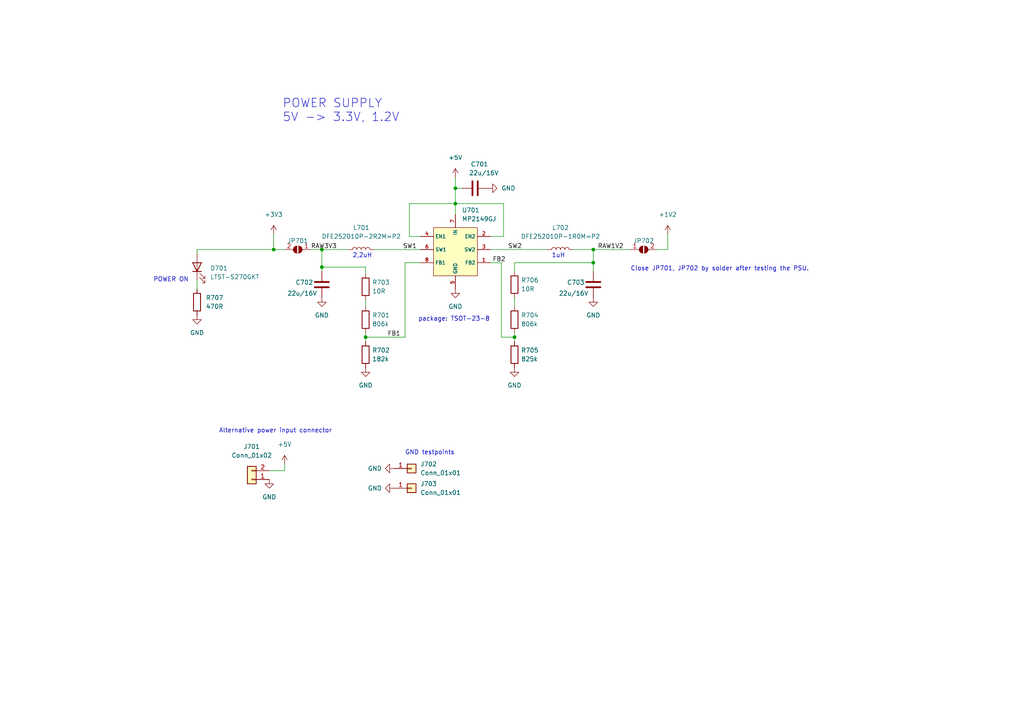
<source format=kicad_sch>
(kicad_sch (version 20211123) (generator eeschema)

  (uuid ca0f18f0-199c-430c-b217-839da66d8942)

  (paper "A4")

  (title_block
    (title "OpenX65 - Power Supply")
    (date "2023-03-30")
    (rev "rev01")
    (company "FOR X65.EU DESIGNED BY JSYKORA.INFO")
    (comment 1 "OpenX65 MOTHERBOARD")
  )

  (lib_symbols
    (symbol "Connector_Generic:Conn_01x01" (pin_names (offset 1.016) hide) (in_bom yes) (on_board yes)
      (property "Reference" "J" (id 0) (at 0 2.54 0)
        (effects (font (size 1.27 1.27)))
      )
      (property "Value" "Conn_01x01" (id 1) (at 0 -2.54 0)
        (effects (font (size 1.27 1.27)))
      )
      (property "Footprint" "" (id 2) (at 0 0 0)
        (effects (font (size 1.27 1.27)) hide)
      )
      (property "Datasheet" "~" (id 3) (at 0 0 0)
        (effects (font (size 1.27 1.27)) hide)
      )
      (property "ki_keywords" "connector" (id 4) (at 0 0 0)
        (effects (font (size 1.27 1.27)) hide)
      )
      (property "ki_description" "Generic connector, single row, 01x01, script generated (kicad-library-utils/schlib/autogen/connector/)" (id 5) (at 0 0 0)
        (effects (font (size 1.27 1.27)) hide)
      )
      (property "ki_fp_filters" "Connector*:*_1x??_*" (id 6) (at 0 0 0)
        (effects (font (size 1.27 1.27)) hide)
      )
      (symbol "Conn_01x01_1_1"
        (rectangle (start -1.27 0.127) (end 0 -0.127)
          (stroke (width 0.1524) (type default) (color 0 0 0 0))
          (fill (type none))
        )
        (rectangle (start -1.27 1.27) (end 1.27 -1.27)
          (stroke (width 0.254) (type default) (color 0 0 0 0))
          (fill (type background))
        )
        (pin passive line (at -5.08 0 0) (length 3.81)
          (name "Pin_1" (effects (font (size 1.27 1.27))))
          (number "1" (effects (font (size 1.27 1.27))))
        )
      )
    )
    (symbol "Connector_Generic:Conn_01x02" (pin_names (offset 1.016) hide) (in_bom yes) (on_board yes)
      (property "Reference" "J" (id 0) (at 0 2.54 0)
        (effects (font (size 1.27 1.27)))
      )
      (property "Value" "Conn_01x02" (id 1) (at 0 -5.08 0)
        (effects (font (size 1.27 1.27)))
      )
      (property "Footprint" "" (id 2) (at 0 0 0)
        (effects (font (size 1.27 1.27)) hide)
      )
      (property "Datasheet" "~" (id 3) (at 0 0 0)
        (effects (font (size 1.27 1.27)) hide)
      )
      (property "ki_keywords" "connector" (id 4) (at 0 0 0)
        (effects (font (size 1.27 1.27)) hide)
      )
      (property "ki_description" "Generic connector, single row, 01x02, script generated (kicad-library-utils/schlib/autogen/connector/)" (id 5) (at 0 0 0)
        (effects (font (size 1.27 1.27)) hide)
      )
      (property "ki_fp_filters" "Connector*:*_1x??_*" (id 6) (at 0 0 0)
        (effects (font (size 1.27 1.27)) hide)
      )
      (symbol "Conn_01x02_1_1"
        (rectangle (start -1.27 -2.413) (end 0 -2.667)
          (stroke (width 0.1524) (type default) (color 0 0 0 0))
          (fill (type none))
        )
        (rectangle (start -1.27 0.127) (end 0 -0.127)
          (stroke (width 0.1524) (type default) (color 0 0 0 0))
          (fill (type none))
        )
        (rectangle (start -1.27 1.27) (end 1.27 -3.81)
          (stroke (width 0.254) (type default) (color 0 0 0 0))
          (fill (type background))
        )
        (pin passive line (at -5.08 0 0) (length 3.81)
          (name "Pin_1" (effects (font (size 1.27 1.27))))
          (number "1" (effects (font (size 1.27 1.27))))
        )
        (pin passive line (at -5.08 -2.54 0) (length 3.81)
          (name "Pin_2" (effects (font (size 1.27 1.27))))
          (number "2" (effects (font (size 1.27 1.27))))
        )
      )
    )
    (symbol "Device:C" (pin_numbers hide) (pin_names (offset 0.254)) (in_bom yes) (on_board yes)
      (property "Reference" "C" (id 0) (at 0.635 2.54 0)
        (effects (font (size 1.27 1.27)) (justify left))
      )
      (property "Value" "C" (id 1) (at 0.635 -2.54 0)
        (effects (font (size 1.27 1.27)) (justify left))
      )
      (property "Footprint" "" (id 2) (at 0.9652 -3.81 0)
        (effects (font (size 1.27 1.27)) hide)
      )
      (property "Datasheet" "~" (id 3) (at 0 0 0)
        (effects (font (size 1.27 1.27)) hide)
      )
      (property "ki_keywords" "cap capacitor" (id 4) (at 0 0 0)
        (effects (font (size 1.27 1.27)) hide)
      )
      (property "ki_description" "Unpolarized capacitor" (id 5) (at 0 0 0)
        (effects (font (size 1.27 1.27)) hide)
      )
      (property "ki_fp_filters" "C_*" (id 6) (at 0 0 0)
        (effects (font (size 1.27 1.27)) hide)
      )
      (symbol "C_0_1"
        (polyline
          (pts
            (xy -2.032 -0.762)
            (xy 2.032 -0.762)
          )
          (stroke (width 0.508) (type default) (color 0 0 0 0))
          (fill (type none))
        )
        (polyline
          (pts
            (xy -2.032 0.762)
            (xy 2.032 0.762)
          )
          (stroke (width 0.508) (type default) (color 0 0 0 0))
          (fill (type none))
        )
      )
      (symbol "C_1_1"
        (pin passive line (at 0 3.81 270) (length 2.794)
          (name "~" (effects (font (size 1.27 1.27))))
          (number "1" (effects (font (size 1.27 1.27))))
        )
        (pin passive line (at 0 -3.81 90) (length 2.794)
          (name "~" (effects (font (size 1.27 1.27))))
          (number "2" (effects (font (size 1.27 1.27))))
        )
      )
    )
    (symbol "Device:L" (pin_numbers hide) (pin_names (offset 1.016) hide) (in_bom yes) (on_board yes)
      (property "Reference" "L" (id 0) (at -1.27 0 90)
        (effects (font (size 1.27 1.27)))
      )
      (property "Value" "L" (id 1) (at 1.905 0 90)
        (effects (font (size 1.27 1.27)))
      )
      (property "Footprint" "" (id 2) (at 0 0 0)
        (effects (font (size 1.27 1.27)) hide)
      )
      (property "Datasheet" "~" (id 3) (at 0 0 0)
        (effects (font (size 1.27 1.27)) hide)
      )
      (property "ki_keywords" "inductor choke coil reactor magnetic" (id 4) (at 0 0 0)
        (effects (font (size 1.27 1.27)) hide)
      )
      (property "ki_description" "Inductor" (id 5) (at 0 0 0)
        (effects (font (size 1.27 1.27)) hide)
      )
      (property "ki_fp_filters" "Choke_* *Coil* Inductor_* L_*" (id 6) (at 0 0 0)
        (effects (font (size 1.27 1.27)) hide)
      )
      (symbol "L_0_1"
        (arc (start 0 -2.54) (mid 0.635 -1.905) (end 0 -1.27)
          (stroke (width 0) (type default) (color 0 0 0 0))
          (fill (type none))
        )
        (arc (start 0 -1.27) (mid 0.635 -0.635) (end 0 0)
          (stroke (width 0) (type default) (color 0 0 0 0))
          (fill (type none))
        )
        (arc (start 0 0) (mid 0.635 0.635) (end 0 1.27)
          (stroke (width 0) (type default) (color 0 0 0 0))
          (fill (type none))
        )
        (arc (start 0 1.27) (mid 0.635 1.905) (end 0 2.54)
          (stroke (width 0) (type default) (color 0 0 0 0))
          (fill (type none))
        )
      )
      (symbol "L_1_1"
        (pin passive line (at 0 3.81 270) (length 1.27)
          (name "1" (effects (font (size 1.27 1.27))))
          (number "1" (effects (font (size 1.27 1.27))))
        )
        (pin passive line (at 0 -3.81 90) (length 1.27)
          (name "2" (effects (font (size 1.27 1.27))))
          (number "2" (effects (font (size 1.27 1.27))))
        )
      )
    )
    (symbol "Device:LED" (pin_numbers hide) (pin_names (offset 1.016) hide) (in_bom yes) (on_board yes)
      (property "Reference" "D" (id 0) (at 0 2.54 0)
        (effects (font (size 1.27 1.27)))
      )
      (property "Value" "LED" (id 1) (at 0 -2.54 0)
        (effects (font (size 1.27 1.27)))
      )
      (property "Footprint" "" (id 2) (at 0 0 0)
        (effects (font (size 1.27 1.27)) hide)
      )
      (property "Datasheet" "~" (id 3) (at 0 0 0)
        (effects (font (size 1.27 1.27)) hide)
      )
      (property "ki_keywords" "LED diode" (id 4) (at 0 0 0)
        (effects (font (size 1.27 1.27)) hide)
      )
      (property "ki_description" "Light emitting diode" (id 5) (at 0 0 0)
        (effects (font (size 1.27 1.27)) hide)
      )
      (property "ki_fp_filters" "LED* LED_SMD:* LED_THT:*" (id 6) (at 0 0 0)
        (effects (font (size 1.27 1.27)) hide)
      )
      (symbol "LED_0_1"
        (polyline
          (pts
            (xy -1.27 -1.27)
            (xy -1.27 1.27)
          )
          (stroke (width 0.254) (type default) (color 0 0 0 0))
          (fill (type none))
        )
        (polyline
          (pts
            (xy -1.27 0)
            (xy 1.27 0)
          )
          (stroke (width 0) (type default) (color 0 0 0 0))
          (fill (type none))
        )
        (polyline
          (pts
            (xy 1.27 -1.27)
            (xy 1.27 1.27)
            (xy -1.27 0)
            (xy 1.27 -1.27)
          )
          (stroke (width 0.254) (type default) (color 0 0 0 0))
          (fill (type none))
        )
        (polyline
          (pts
            (xy -3.048 -0.762)
            (xy -4.572 -2.286)
            (xy -3.81 -2.286)
            (xy -4.572 -2.286)
            (xy -4.572 -1.524)
          )
          (stroke (width 0) (type default) (color 0 0 0 0))
          (fill (type none))
        )
        (polyline
          (pts
            (xy -1.778 -0.762)
            (xy -3.302 -2.286)
            (xy -2.54 -2.286)
            (xy -3.302 -2.286)
            (xy -3.302 -1.524)
          )
          (stroke (width 0) (type default) (color 0 0 0 0))
          (fill (type none))
        )
      )
      (symbol "LED_1_1"
        (pin passive line (at -3.81 0 0) (length 2.54)
          (name "K" (effects (font (size 1.27 1.27))))
          (number "1" (effects (font (size 1.27 1.27))))
        )
        (pin passive line (at 3.81 0 180) (length 2.54)
          (name "A" (effects (font (size 1.27 1.27))))
          (number "2" (effects (font (size 1.27 1.27))))
        )
      )
    )
    (symbol "Device:R" (pin_numbers hide) (pin_names (offset 0)) (in_bom yes) (on_board yes)
      (property "Reference" "R" (id 0) (at 2.032 0 90)
        (effects (font (size 1.27 1.27)))
      )
      (property "Value" "R" (id 1) (at 0 0 90)
        (effects (font (size 1.27 1.27)))
      )
      (property "Footprint" "" (id 2) (at -1.778 0 90)
        (effects (font (size 1.27 1.27)) hide)
      )
      (property "Datasheet" "~" (id 3) (at 0 0 0)
        (effects (font (size 1.27 1.27)) hide)
      )
      (property "ki_keywords" "R res resistor" (id 4) (at 0 0 0)
        (effects (font (size 1.27 1.27)) hide)
      )
      (property "ki_description" "Resistor" (id 5) (at 0 0 0)
        (effects (font (size 1.27 1.27)) hide)
      )
      (property "ki_fp_filters" "R_*" (id 6) (at 0 0 0)
        (effects (font (size 1.27 1.27)) hide)
      )
      (symbol "R_0_1"
        (rectangle (start -1.016 -2.54) (end 1.016 2.54)
          (stroke (width 0.254) (type default) (color 0 0 0 0))
          (fill (type none))
        )
      )
      (symbol "R_1_1"
        (pin passive line (at 0 3.81 270) (length 1.27)
          (name "~" (effects (font (size 1.27 1.27))))
          (number "1" (effects (font (size 1.27 1.27))))
        )
        (pin passive line (at 0 -3.81 90) (length 1.27)
          (name "~" (effects (font (size 1.27 1.27))))
          (number "2" (effects (font (size 1.27 1.27))))
        )
      )
    )
    (symbol "Jumper:SolderJumper_2_Open" (pin_names (offset 0) hide) (in_bom yes) (on_board yes)
      (property "Reference" "JP" (id 0) (at 0 2.032 0)
        (effects (font (size 1.27 1.27)))
      )
      (property "Value" "SolderJumper_2_Open" (id 1) (at 0 -2.54 0)
        (effects (font (size 1.27 1.27)))
      )
      (property "Footprint" "" (id 2) (at 0 0 0)
        (effects (font (size 1.27 1.27)) hide)
      )
      (property "Datasheet" "~" (id 3) (at 0 0 0)
        (effects (font (size 1.27 1.27)) hide)
      )
      (property "ki_keywords" "solder jumper SPST" (id 4) (at 0 0 0)
        (effects (font (size 1.27 1.27)) hide)
      )
      (property "ki_description" "Solder Jumper, 2-pole, open" (id 5) (at 0 0 0)
        (effects (font (size 1.27 1.27)) hide)
      )
      (property "ki_fp_filters" "SolderJumper*Open*" (id 6) (at 0 0 0)
        (effects (font (size 1.27 1.27)) hide)
      )
      (symbol "SolderJumper_2_Open_0_1"
        (arc (start -0.254 1.016) (mid -1.27 0) (end -0.254 -1.016)
          (stroke (width 0) (type default) (color 0 0 0 0))
          (fill (type none))
        )
        (arc (start -0.254 1.016) (mid -1.27 0) (end -0.254 -1.016)
          (stroke (width 0) (type default) (color 0 0 0 0))
          (fill (type outline))
        )
        (polyline
          (pts
            (xy -0.254 1.016)
            (xy -0.254 -1.016)
          )
          (stroke (width 0) (type default) (color 0 0 0 0))
          (fill (type none))
        )
        (polyline
          (pts
            (xy 0.254 1.016)
            (xy 0.254 -1.016)
          )
          (stroke (width 0) (type default) (color 0 0 0 0))
          (fill (type none))
        )
        (arc (start 0.254 -1.016) (mid 1.27 0) (end 0.254 1.016)
          (stroke (width 0) (type default) (color 0 0 0 0))
          (fill (type none))
        )
        (arc (start 0.254 -1.016) (mid 1.27 0) (end 0.254 1.016)
          (stroke (width 0) (type default) (color 0 0 0 0))
          (fill (type outline))
        )
      )
      (symbol "SolderJumper_2_Open_1_1"
        (pin passive line (at -3.81 0 0) (length 2.54)
          (name "A" (effects (font (size 1.27 1.27))))
          (number "1" (effects (font (size 1.27 1.27))))
        )
        (pin passive line (at 3.81 0 180) (length 2.54)
          (name "B" (effects (font (size 1.27 1.27))))
          (number "2" (effects (font (size 1.27 1.27))))
        )
      )
    )
    (symbol "MPS:MP2149GJ" (in_bom yes) (on_board yes)
      (property "Reference" "U" (id 0) (at 3.81 -1.27 0)
        (effects (font (size 1.27 1.27)))
      )
      (property "Value" "MP2149GJ" (id 1) (at 7.62 -3.81 0)
        (effects (font (size 1.27 1.27)))
      )
      (property "Footprint" "" (id 2) (at -3.81 0 0)
        (effects (font (size 1.27 1.27)) hide)
      )
      (property "Datasheet" "" (id 3) (at -3.81 0 0)
        (effects (font (size 1.27 1.27)) hide)
      )
      (symbol "MP2149GJ_0_1"
        (rectangle (start -6.35 13.97) (end 6.35 0)
          (stroke (width 0) (type default) (color 0 0 0 0))
          (fill (type background))
        )
        (pin input line (at 10.16 3.81 180) (length 3.81)
          (name "FB2" (effects (font (size 1.016 1.016))))
          (number "1" (effects (font (size 1.016 1.016))))
        )
        (pin input line (at 10.16 11.43 180) (length 3.81)
          (name "EN2" (effects (font (size 1.016 1.016))))
          (number "2" (effects (font (size 1.016 1.016))))
        )
        (pin bidirectional line (at 10.16 7.62 180) (length 3.81)
          (name "SW2" (effects (font (size 1.016 1.016))))
          (number "3" (effects (font (size 1.016 1.016))))
        )
        (pin input line (at -10.16 11.43 0) (length 3.81)
          (name "EN1" (effects (font (size 1.016 1.016))))
          (number "4" (effects (font (size 1.016 1.016))))
        )
        (pin power_in line (at 0 -3.81 90) (length 3.81)
          (name "GND" (effects (font (size 1.016 1.016))))
          (number "5" (effects (font (size 1.016 1.016))))
        )
        (pin bidirectional line (at -10.16 7.62 0) (length 3.81)
          (name "SW1" (effects (font (size 1.016 1.016))))
          (number "6" (effects (font (size 1.016 1.016))))
        )
        (pin power_in line (at 0 17.78 270) (length 3.81)
          (name "IN" (effects (font (size 1.016 1.016))))
          (number "7" (effects (font (size 1.016 1.016))))
        )
        (pin input line (at -10.16 3.81 0) (length 3.81)
          (name "FB1" (effects (font (size 1.016 1.016))))
          (number "8" (effects (font (size 1.016 1.016))))
        )
      )
    )
    (symbol "power:+1V2" (power) (pin_names (offset 0)) (in_bom yes) (on_board yes)
      (property "Reference" "#PWR" (id 0) (at 0 -3.81 0)
        (effects (font (size 1.27 1.27)) hide)
      )
      (property "Value" "+1V2" (id 1) (at 0 3.556 0)
        (effects (font (size 1.27 1.27)))
      )
      (property "Footprint" "" (id 2) (at 0 0 0)
        (effects (font (size 1.27 1.27)) hide)
      )
      (property "Datasheet" "" (id 3) (at 0 0 0)
        (effects (font (size 1.27 1.27)) hide)
      )
      (property "ki_keywords" "global power" (id 4) (at 0 0 0)
        (effects (font (size 1.27 1.27)) hide)
      )
      (property "ki_description" "Power symbol creates a global label with name \"+1V2\"" (id 5) (at 0 0 0)
        (effects (font (size 1.27 1.27)) hide)
      )
      (symbol "+1V2_0_1"
        (polyline
          (pts
            (xy -0.762 1.27)
            (xy 0 2.54)
          )
          (stroke (width 0) (type default) (color 0 0 0 0))
          (fill (type none))
        )
        (polyline
          (pts
            (xy 0 0)
            (xy 0 2.54)
          )
          (stroke (width 0) (type default) (color 0 0 0 0))
          (fill (type none))
        )
        (polyline
          (pts
            (xy 0 2.54)
            (xy 0.762 1.27)
          )
          (stroke (width 0) (type default) (color 0 0 0 0))
          (fill (type none))
        )
      )
      (symbol "+1V2_1_1"
        (pin power_in line (at 0 0 90) (length 0) hide
          (name "+1V2" (effects (font (size 1.27 1.27))))
          (number "1" (effects (font (size 1.27 1.27))))
        )
      )
    )
    (symbol "power:+3V3" (power) (pin_names (offset 0)) (in_bom yes) (on_board yes)
      (property "Reference" "#PWR" (id 0) (at 0 -3.81 0)
        (effects (font (size 1.27 1.27)) hide)
      )
      (property "Value" "+3V3" (id 1) (at 0 3.556 0)
        (effects (font (size 1.27 1.27)))
      )
      (property "Footprint" "" (id 2) (at 0 0 0)
        (effects (font (size 1.27 1.27)) hide)
      )
      (property "Datasheet" "" (id 3) (at 0 0 0)
        (effects (font (size 1.27 1.27)) hide)
      )
      (property "ki_keywords" "global power" (id 4) (at 0 0 0)
        (effects (font (size 1.27 1.27)) hide)
      )
      (property "ki_description" "Power symbol creates a global label with name \"+3V3\"" (id 5) (at 0 0 0)
        (effects (font (size 1.27 1.27)) hide)
      )
      (symbol "+3V3_0_1"
        (polyline
          (pts
            (xy -0.762 1.27)
            (xy 0 2.54)
          )
          (stroke (width 0) (type default) (color 0 0 0 0))
          (fill (type none))
        )
        (polyline
          (pts
            (xy 0 0)
            (xy 0 2.54)
          )
          (stroke (width 0) (type default) (color 0 0 0 0))
          (fill (type none))
        )
        (polyline
          (pts
            (xy 0 2.54)
            (xy 0.762 1.27)
          )
          (stroke (width 0) (type default) (color 0 0 0 0))
          (fill (type none))
        )
      )
      (symbol "+3V3_1_1"
        (pin power_in line (at 0 0 90) (length 0) hide
          (name "+3V3" (effects (font (size 1.27 1.27))))
          (number "1" (effects (font (size 1.27 1.27))))
        )
      )
    )
    (symbol "power:+5V" (power) (pin_names (offset 0)) (in_bom yes) (on_board yes)
      (property "Reference" "#PWR" (id 0) (at 0 -3.81 0)
        (effects (font (size 1.27 1.27)) hide)
      )
      (property "Value" "+5V" (id 1) (at 0 3.556 0)
        (effects (font (size 1.27 1.27)))
      )
      (property "Footprint" "" (id 2) (at 0 0 0)
        (effects (font (size 1.27 1.27)) hide)
      )
      (property "Datasheet" "" (id 3) (at 0 0 0)
        (effects (font (size 1.27 1.27)) hide)
      )
      (property "ki_keywords" "global power" (id 4) (at 0 0 0)
        (effects (font (size 1.27 1.27)) hide)
      )
      (property "ki_description" "Power symbol creates a global label with name \"+5V\"" (id 5) (at 0 0 0)
        (effects (font (size 1.27 1.27)) hide)
      )
      (symbol "+5V_0_1"
        (polyline
          (pts
            (xy -0.762 1.27)
            (xy 0 2.54)
          )
          (stroke (width 0) (type default) (color 0 0 0 0))
          (fill (type none))
        )
        (polyline
          (pts
            (xy 0 0)
            (xy 0 2.54)
          )
          (stroke (width 0) (type default) (color 0 0 0 0))
          (fill (type none))
        )
        (polyline
          (pts
            (xy 0 2.54)
            (xy 0.762 1.27)
          )
          (stroke (width 0) (type default) (color 0 0 0 0))
          (fill (type none))
        )
      )
      (symbol "+5V_1_1"
        (pin power_in line (at 0 0 90) (length 0) hide
          (name "+5V" (effects (font (size 1.27 1.27))))
          (number "1" (effects (font (size 1.27 1.27))))
        )
      )
    )
    (symbol "power:GND" (power) (pin_names (offset 0)) (in_bom yes) (on_board yes)
      (property "Reference" "#PWR" (id 0) (at 0 -6.35 0)
        (effects (font (size 1.27 1.27)) hide)
      )
      (property "Value" "GND" (id 1) (at 0 -3.81 0)
        (effects (font (size 1.27 1.27)))
      )
      (property "Footprint" "" (id 2) (at 0 0 0)
        (effects (font (size 1.27 1.27)) hide)
      )
      (property "Datasheet" "" (id 3) (at 0 0 0)
        (effects (font (size 1.27 1.27)) hide)
      )
      (property "ki_keywords" "global power" (id 4) (at 0 0 0)
        (effects (font (size 1.27 1.27)) hide)
      )
      (property "ki_description" "Power symbol creates a global label with name \"GND\" , ground" (id 5) (at 0 0 0)
        (effects (font (size 1.27 1.27)) hide)
      )
      (symbol "GND_0_1"
        (polyline
          (pts
            (xy 0 0)
            (xy 0 -1.27)
            (xy 1.27 -1.27)
            (xy 0 -2.54)
            (xy -1.27 -1.27)
            (xy 0 -1.27)
          )
          (stroke (width 0) (type default) (color 0 0 0 0))
          (fill (type none))
        )
      )
      (symbol "GND_1_1"
        (pin power_in line (at 0 0 270) (length 0) hide
          (name "GND" (effects (font (size 1.27 1.27))))
          (number "1" (effects (font (size 1.27 1.27))))
        )
      )
    )
  )

  (junction (at 132.08 54.61) (diameter 0) (color 0 0 0 0)
    (uuid 0031f003-f3ad-4386-906a-14485f175234)
  )
  (junction (at 149.225 97.79) (diameter 0) (color 0 0 0 0)
    (uuid 18ca0987-a16f-4cb4-b456-cd51c525afa0)
  )
  (junction (at 106.045 97.79) (diameter 0) (color 0 0 0 0)
    (uuid 22eec8e7-dc4b-43b7-9b7d-7a5d6e933161)
  )
  (junction (at 79.375 72.39) (diameter 0) (color 0 0 0 0)
    (uuid 601e2571-fd07-4d30-b79b-4c871fd7fe72)
  )
  (junction (at 93.345 72.39) (diameter 0) (color 0 0 0 0)
    (uuid 60ec04b1-0195-4691-8e22-b3570f8658c3)
  )
  (junction (at 93.345 77.47) (diameter 0) (color 0 0 0 0)
    (uuid 8daae4be-aaeb-4c36-8f83-04c5e29ed5b0)
  )
  (junction (at 172.085 72.39) (diameter 0) (color 0 0 0 0)
    (uuid d7da4202-de37-463d-98dd-3f050e332ab1)
  )
  (junction (at 132.08 59.055) (diameter 0) (color 0 0 0 0)
    (uuid de376331-d9c4-477e-b106-ff9fc1cc14aa)
  )
  (junction (at 172.085 76.2) (diameter 0) (color 0 0 0 0)
    (uuid fe640bd2-3016-4e44-9b3c-b2552cc4d836)
  )

  (wire (pts (xy 166.37 72.39) (xy 172.085 72.39))
    (stroke (width 0) (type default) (color 0 0 0 0))
    (uuid 0047f843-8c21-4034-981d-95a96f745c73)
  )
  (wire (pts (xy 149.225 97.79) (xy 149.225 96.52))
    (stroke (width 0) (type default) (color 0 0 0 0))
    (uuid 00d96b19-15b7-4361-b399-96650dba4b9b)
  )
  (wire (pts (xy 118.745 59.055) (xy 132.08 59.055))
    (stroke (width 0) (type default) (color 0 0 0 0))
    (uuid 09e6ea44-0401-4224-ac24-eed71674576c)
  )
  (wire (pts (xy 132.08 51.435) (xy 132.08 54.61))
    (stroke (width 0) (type default) (color 0 0 0 0))
    (uuid 0f5f650a-d111-4c51-ae2d-540809b5db4c)
  )
  (wire (pts (xy 106.045 96.52) (xy 106.045 97.79))
    (stroke (width 0) (type default) (color 0 0 0 0))
    (uuid 11628dad-edba-43c3-a670-d360c570d399)
  )
  (wire (pts (xy 106.045 86.995) (xy 106.045 88.9))
    (stroke (width 0) (type default) (color 0 0 0 0))
    (uuid 12591299-6a5d-434b-8cfa-3f88643c6d51)
  )
  (wire (pts (xy 142.24 76.2) (xy 145.415 76.2))
    (stroke (width 0) (type default) (color 0 0 0 0))
    (uuid 163b4425-60ee-4a30-9f8e-49eb48096dfb)
  )
  (wire (pts (xy 106.045 97.79) (xy 106.045 99.06))
    (stroke (width 0) (type default) (color 0 0 0 0))
    (uuid 1d8703a6-ed68-40b7-8ded-045f785a3972)
  )
  (wire (pts (xy 132.08 59.055) (xy 132.08 62.23))
    (stroke (width 0) (type default) (color 0 0 0 0))
    (uuid 24d7357f-c841-486d-907a-e58552fe5bcb)
  )
  (wire (pts (xy 90.17 72.39) (xy 93.345 72.39))
    (stroke (width 0) (type default) (color 0 0 0 0))
    (uuid 378342af-00bb-42d2-bae8-d58447816826)
  )
  (wire (pts (xy 117.475 76.2) (xy 117.475 97.79))
    (stroke (width 0) (type default) (color 0 0 0 0))
    (uuid 37f190ab-517f-48bb-9257-725724e6c0b3)
  )
  (wire (pts (xy 93.345 72.39) (xy 93.345 77.47))
    (stroke (width 0) (type default) (color 0 0 0 0))
    (uuid 3a77426a-5f70-4655-b78c-95ac0351d983)
  )
  (wire (pts (xy 82.55 136.525) (xy 82.55 134.62))
    (stroke (width 0) (type default) (color 0 0 0 0))
    (uuid 407de00f-7a1e-411a-ba61-9260f6a77734)
  )
  (wire (pts (xy 146.05 59.055) (xy 132.08 59.055))
    (stroke (width 0) (type default) (color 0 0 0 0))
    (uuid 435b10b9-7a6c-42be-b8c8-1e398f734fc2)
  )
  (wire (pts (xy 149.225 76.2) (xy 149.225 78.74))
    (stroke (width 0) (type default) (color 0 0 0 0))
    (uuid 4488e7a5-28c5-4a9a-84ba-f570b984d4ce)
  )
  (wire (pts (xy 79.375 72.39) (xy 57.15 72.39))
    (stroke (width 0) (type default) (color 0 0 0 0))
    (uuid 49dd3da9-1cc8-4890-a1c3-c9b63255b580)
  )
  (wire (pts (xy 149.225 86.36) (xy 149.225 88.9))
    (stroke (width 0) (type default) (color 0 0 0 0))
    (uuid 4b8d2264-bfff-4763-a995-55adcda1713f)
  )
  (wire (pts (xy 82.55 72.39) (xy 79.375 72.39))
    (stroke (width 0) (type default) (color 0 0 0 0))
    (uuid 4c4250a2-99e2-42cf-880c-d8e8894ab999)
  )
  (wire (pts (xy 146.05 68.58) (xy 146.05 59.055))
    (stroke (width 0) (type default) (color 0 0 0 0))
    (uuid 4d34582a-decc-42ed-8aa8-a1ad1b66cdc4)
  )
  (wire (pts (xy 117.475 97.79) (xy 106.045 97.79))
    (stroke (width 0) (type default) (color 0 0 0 0))
    (uuid 4d649718-d96c-4e8b-b890-532cf4008547)
  )
  (wire (pts (xy 78.105 136.525) (xy 82.55 136.525))
    (stroke (width 0) (type default) (color 0 0 0 0))
    (uuid 4da33b07-9fb2-46b2-987f-e75de9f78255)
  )
  (wire (pts (xy 118.745 68.58) (xy 121.92 68.58))
    (stroke (width 0) (type default) (color 0 0 0 0))
    (uuid 4f553d59-bf70-431a-8791-c074cc387f97)
  )
  (wire (pts (xy 193.675 67.945) (xy 193.675 72.39))
    (stroke (width 0) (type default) (color 0 0 0 0))
    (uuid 52d50992-9b9c-440b-b2b9-40a04a0559c1)
  )
  (wire (pts (xy 93.345 77.47) (xy 106.045 77.47))
    (stroke (width 0) (type default) (color 0 0 0 0))
    (uuid 5afd4235-cd7d-4efb-9541-d3dff9c68c1d)
  )
  (wire (pts (xy 172.085 72.39) (xy 172.085 76.2))
    (stroke (width 0) (type default) (color 0 0 0 0))
    (uuid 5b2709c6-76f6-49b4-964f-1f453f23c2ff)
  )
  (wire (pts (xy 57.15 81.28) (xy 57.15 83.82))
    (stroke (width 0) (type default) (color 0 0 0 0))
    (uuid 60f4aadc-e9ea-4d0b-a35f-51facb0f6a8d)
  )
  (wire (pts (xy 100.965 72.39) (xy 93.345 72.39))
    (stroke (width 0) (type default) (color 0 0 0 0))
    (uuid 64a11663-228d-4aa9-bb3c-74124c002914)
  )
  (wire (pts (xy 172.085 72.39) (xy 182.88 72.39))
    (stroke (width 0) (type default) (color 0 0 0 0))
    (uuid 662ea7e9-0465-4b0b-ad32-b6bbbcb58e66)
  )
  (wire (pts (xy 193.675 72.39) (xy 190.5 72.39))
    (stroke (width 0) (type default) (color 0 0 0 0))
    (uuid 6861948f-f7be-44be-8115-4f7d8a1986e1)
  )
  (wire (pts (xy 121.92 76.2) (xy 117.475 76.2))
    (stroke (width 0) (type default) (color 0 0 0 0))
    (uuid 75cb5eaa-d3b3-4aec-83cd-d0d1dfd127e9)
  )
  (wire (pts (xy 149.225 76.2) (xy 172.085 76.2))
    (stroke (width 0) (type default) (color 0 0 0 0))
    (uuid 808aa8dd-050a-4069-9641-289bd9827e92)
  )
  (wire (pts (xy 93.345 77.47) (xy 93.345 78.74))
    (stroke (width 0) (type default) (color 0 0 0 0))
    (uuid 826cf724-5b8b-4654-b9a3-6cb8cd8c6f36)
  )
  (wire (pts (xy 149.225 97.79) (xy 149.225 99.06))
    (stroke (width 0) (type default) (color 0 0 0 0))
    (uuid 83a4b44c-cc60-4447-8f55-ccc09344fd38)
  )
  (wire (pts (xy 132.08 54.61) (xy 133.985 54.61))
    (stroke (width 0) (type default) (color 0 0 0 0))
    (uuid 8f39f328-3a50-4b7b-89bf-f30e828c1d17)
  )
  (wire (pts (xy 142.24 68.58) (xy 146.05 68.58))
    (stroke (width 0) (type default) (color 0 0 0 0))
    (uuid 91975e60-b754-46ab-b9ef-30051e9469d0)
  )
  (wire (pts (xy 145.415 97.79) (xy 149.225 97.79))
    (stroke (width 0) (type default) (color 0 0 0 0))
    (uuid 9de07e33-64ff-48e6-88ec-d89e80b10509)
  )
  (wire (pts (xy 118.745 68.58) (xy 118.745 59.055))
    (stroke (width 0) (type default) (color 0 0 0 0))
    (uuid 9f9360b4-7a46-4421-8a67-410e5d9003e4)
  )
  (wire (pts (xy 79.375 67.945) (xy 79.375 72.39))
    (stroke (width 0) (type default) (color 0 0 0 0))
    (uuid a5b15c0d-6cb0-459f-b3e6-e78b54e4b4f7)
  )
  (wire (pts (xy 142.24 72.39) (xy 158.75 72.39))
    (stroke (width 0) (type default) (color 0 0 0 0))
    (uuid a8ecc710-efba-41c8-ae68-01ecdcc18949)
  )
  (wire (pts (xy 145.415 76.2) (xy 145.415 97.79))
    (stroke (width 0) (type default) (color 0 0 0 0))
    (uuid b21c7c01-243d-4d74-a5c1-c09c1748e293)
  )
  (wire (pts (xy 57.15 72.39) (xy 57.15 73.66))
    (stroke (width 0) (type default) (color 0 0 0 0))
    (uuid c0cb3e82-80b0-4f7b-bc29-b55ea3e15b2e)
  )
  (wire (pts (xy 172.085 76.2) (xy 172.085 78.74))
    (stroke (width 0) (type default) (color 0 0 0 0))
    (uuid e24f4c56-f221-4e0c-8c20-19687b4bb437)
  )
  (wire (pts (xy 106.045 77.47) (xy 106.045 79.375))
    (stroke (width 0) (type default) (color 0 0 0 0))
    (uuid e30bb48a-e31b-467d-99b0-ccc0f2c63f98)
  )
  (wire (pts (xy 132.08 54.61) (xy 132.08 59.055))
    (stroke (width 0) (type default) (color 0 0 0 0))
    (uuid ed3e703b-810d-406b-925a-edcfed8cad28)
  )
  (wire (pts (xy 108.585 72.39) (xy 121.92 72.39))
    (stroke (width 0) (type default) (color 0 0 0 0))
    (uuid f65377bd-bf0c-4468-a061-1500ee3e18ae)
  )

  (text "1uH" (at 160.02 74.93 0)
    (effects (font (size 1.27 1.27)) (justify left bottom))
    (uuid 03be593c-7965-42ac-9544-80800ed75117)
  )
  (text "2,2uH" (at 102.235 74.93 0)
    (effects (font (size 1.27 1.27)) (justify left bottom))
    (uuid 2dde1988-8753-4bde-af7e-2e78116d79fb)
  )
  (text "POWER ON" (at 44.45 81.915 0)
    (effects (font (size 1.27 1.27)) (justify left bottom))
    (uuid 516ef8af-1a0d-43f5-9c36-f1322641f139)
  )
  (text "POWER SUPPLY\n5V -> 3.3V, 1.2V" (at 81.915 35.56 0)
    (effects (font (size 2.5 2.5)) (justify left bottom))
    (uuid 5a1b22bd-41f4-49c1-b6b5-762cb5aacaf4)
  )
  (text "GND testpoints" (at 117.475 132.08 0)
    (effects (font (size 1.27 1.27)) (justify left bottom))
    (uuid 77915308-288b-4119-804e-33a6180e7e86)
  )
  (text "package: TSOT-23-8" (at 121.285 93.345 0)
    (effects (font (size 1.27 1.27)) (justify left bottom))
    (uuid 9167980d-6521-4d1b-ac7a-989c556c91dd)
  )
  (text "Close JP701, JP702 by solder after testing the PSU."
    (at 182.88 78.74 0)
    (effects (font (size 1.27 1.27)) (justify left bottom))
    (uuid 9a961185-8cfc-49fa-b52e-53a53ca0f66d)
  )
  (text "Alternative power input connector" (at 63.5 125.73 0)
    (effects (font (size 1.27 1.27)) (justify left bottom))
    (uuid b692a826-8f93-4878-8a62-69eeafcbdbd3)
  )

  (label "RAW1V2" (at 173.355 72.39 0)
    (effects (font (size 1.27 1.27)) (justify left bottom))
    (uuid 6ed3bf21-8916-4f04-a276-8dc82776fb30)
  )
  (label "SW2" (at 147.32 72.39 0)
    (effects (font (size 1.27 1.27)) (justify left bottom))
    (uuid 7212149b-6c2b-417b-8d86-1fb75a569540)
  )
  (label "RAW3V3" (at 90.17 72.39 0)
    (effects (font (size 1.27 1.27)) (justify left bottom))
    (uuid 7ba46bc7-3bd7-4327-99ba-05f8ed1f9dea)
  )
  (label "SW1" (at 116.84 72.39 0)
    (effects (font (size 1.27 1.27)) (justify left bottom))
    (uuid 8bdd0415-ce61-4419-8796-7415cabf51a4)
  )
  (label "FB1" (at 112.395 97.79 0)
    (effects (font (size 1.27 1.27)) (justify left bottom))
    (uuid 9fa0a704-8a80-46a6-b11d-a24a18c77253)
  )
  (label "FB2" (at 142.875 76.2 0)
    (effects (font (size 1.27 1.27)) (justify left bottom))
    (uuid b0fa74e2-80f6-4be8-bc20-b2c98ebc81ad)
  )

  (symbol (lib_id "Connector_Generic:Conn_01x02") (at 73.025 139.065 180) (unit 1)
    (in_bom no) (on_board yes) (fields_autoplaced)
    (uuid 090d0772-5b52-4c82-900e-1f98290b032b)
    (property "Reference" "J701" (id 0) (at 73.025 129.54 0))
    (property "Value" "Conn_01x02" (id 1) (at 73.025 132.08 0))
    (property "Footprint" "Connector_PinHeader_2.54mm:PinHeader_1x02_P2.54mm_Vertical" (id 2) (at 73.025 139.065 0)
      (effects (font (size 1.27 1.27)) hide)
    )
    (property "Datasheet" "~" (id 3) (at 73.025 139.065 0)
      (effects (font (size 1.27 1.27)) hide)
    )
    (pin "1" (uuid 3a48a5c1-61d7-423c-9ac7-34a7f313ac86))
    (pin "2" (uuid cb91987a-92f8-4ea8-b0a6-1b529c066cca))
  )

  (symbol (lib_id "Device:R") (at 57.15 87.63 0) (unit 1)
    (in_bom yes) (on_board yes) (fields_autoplaced)
    (uuid 0c91b978-b26d-43ee-9b85-46d711c1cc1e)
    (property "Reference" "R707" (id 0) (at 59.69 86.3599 0)
      (effects (font (size 1.27 1.27)) (justify left))
    )
    (property "Value" "470R" (id 1) (at 59.69 88.8999 0)
      (effects (font (size 1.27 1.27)) (justify left))
    )
    (property "Footprint" "Resistor_SMD:R_0603_1608Metric_Pad0.98x0.95mm_HandSolder" (id 2) (at 55.372 87.63 90)
      (effects (font (size 1.27 1.27)) hide)
    )
    (property "Datasheet" "~" (id 3) (at 57.15 87.63 0)
      (effects (font (size 1.27 1.27)) hide)
    )
    (pin "1" (uuid 4d5a0fcf-7360-4f88-ab55-389f1985a097))
    (pin "2" (uuid 42f20f3e-5664-4b5a-873d-868d015733f3))
  )

  (symbol (lib_id "power:GND") (at 106.045 106.68 0) (unit 1)
    (in_bom yes) (on_board yes) (fields_autoplaced)
    (uuid 117eb10e-eb7e-4d5b-95fb-ffc52a29f9c8)
    (property "Reference" "#PWR0705" (id 0) (at 106.045 113.03 0)
      (effects (font (size 1.27 1.27)) hide)
    )
    (property "Value" "GND" (id 1) (at 106.045 111.76 0))
    (property "Footprint" "" (id 2) (at 106.045 106.68 0)
      (effects (font (size 1.27 1.27)) hide)
    )
    (property "Datasheet" "" (id 3) (at 106.045 106.68 0)
      (effects (font (size 1.27 1.27)) hide)
    )
    (pin "1" (uuid d6ddb6c1-d47c-4a93-888d-f5d28ede48ec))
  )

  (symbol (lib_id "power:GND") (at 172.085 86.36 0) (unit 1)
    (in_bom yes) (on_board yes) (fields_autoplaced)
    (uuid 11e7d18c-2e01-4751-b85e-0c992eb6bf1e)
    (property "Reference" "#PWR0708" (id 0) (at 172.085 92.71 0)
      (effects (font (size 1.27 1.27)) hide)
    )
    (property "Value" "GND" (id 1) (at 172.085 91.44 0))
    (property "Footprint" "" (id 2) (at 172.085 86.36 0)
      (effects (font (size 1.27 1.27)) hide)
    )
    (property "Datasheet" "" (id 3) (at 172.085 86.36 0)
      (effects (font (size 1.27 1.27)) hide)
    )
    (pin "1" (uuid 72386516-649f-4413-be32-2acc3e8b8066))
  )

  (symbol (lib_id "Device:C") (at 93.345 82.55 180) (unit 1)
    (in_bom yes) (on_board yes)
    (uuid 2fdeb629-33e9-449d-8b6a-0744848715e4)
    (property "Reference" "C702" (id 0) (at 88.265 81.915 0))
    (property "Value" "22u/16V" (id 1) (at 87.63 85.09 0))
    (property "Footprint" "Capacitor_SMD:C_0805_2012Metric_Pad1.18x1.45mm_HandSolder" (id 2) (at 92.3798 78.74 0)
      (effects (font (size 1.27 1.27)) hide)
    )
    (property "Datasheet" "~" (id 3) (at 93.345 82.55 0)
      (effects (font (size 1.27 1.27)) hide)
    )
    (pin "1" (uuid a4d5a13e-a05a-488f-aba7-a54d3a34aa9d))
    (pin "2" (uuid c2bf6b3e-f775-4f90-9d8d-1c732f20dcb9))
  )

  (symbol (lib_id "power:GND") (at 93.345 86.36 0) (unit 1)
    (in_bom yes) (on_board yes) (fields_autoplaced)
    (uuid 32fcf844-77ee-4626-9da8-396bfbaf5948)
    (property "Reference" "#PWR0704" (id 0) (at 93.345 92.71 0)
      (effects (font (size 1.27 1.27)) hide)
    )
    (property "Value" "GND" (id 1) (at 93.345 91.44 0))
    (property "Footprint" "" (id 2) (at 93.345 86.36 0)
      (effects (font (size 1.27 1.27)) hide)
    )
    (property "Datasheet" "" (id 3) (at 93.345 86.36 0)
      (effects (font (size 1.27 1.27)) hide)
    )
    (pin "1" (uuid 5c6e85aa-7d7e-4550-817c-247db4be30de))
  )

  (symbol (lib_id "power:+3V3") (at 79.375 67.945 0) (unit 1)
    (in_bom yes) (on_board yes) (fields_autoplaced)
    (uuid 3b12b2a4-8f6e-416e-bf21-b5a394bae237)
    (property "Reference" "#PWR0706" (id 0) (at 79.375 71.755 0)
      (effects (font (size 1.27 1.27)) hide)
    )
    (property "Value" "+3V3" (id 1) (at 79.375 62.23 0))
    (property "Footprint" "" (id 2) (at 79.375 67.945 0)
      (effects (font (size 1.27 1.27)) hide)
    )
    (property "Datasheet" "" (id 3) (at 79.375 67.945 0)
      (effects (font (size 1.27 1.27)) hide)
    )
    (pin "1" (uuid 5c081a59-22e2-43c4-8f25-1bb0b3112fcc))
  )

  (symbol (lib_id "MPS:MP2149GJ") (at 132.08 80.01 0) (unit 1)
    (in_bom yes) (on_board yes) (fields_autoplaced)
    (uuid 3c179cdf-3cff-48a0-81e8-0bbfd82bc01c)
    (property "Reference" "U701" (id 0) (at 133.9597 60.96 0)
      (effects (font (size 1.27 1.27)) (justify left))
    )
    (property "Value" "MP2149GJ" (id 1) (at 133.9597 63.5 0)
      (effects (font (size 1.27 1.27)) (justify left))
    )
    (property "Footprint" "Package_TO_SOT_SMD:TSOT-23-8_HandSoldering" (id 2) (at 128.27 80.01 0)
      (effects (font (size 1.27 1.27)) hide)
    )
    (property "Datasheet" "" (id 3) (at 128.27 80.01 0)
      (effects (font (size 1.27 1.27)) hide)
    )
    (pin "1" (uuid 93c209be-93b0-47b3-b453-751bcc50cb9b))
    (pin "2" (uuid 82c5f3d0-a8fa-4a0d-882b-6546a026cf29))
    (pin "3" (uuid 6566d23c-4643-469a-9ef8-0bc73408c693))
    (pin "4" (uuid 264870b1-c114-47a6-ba58-2d812675b424))
    (pin "5" (uuid 68076ac3-81e7-415e-824a-2c7ad98cc2a7))
    (pin "6" (uuid 4798ebf0-74aa-4c9a-a8e5-54d15c4dbbd6))
    (pin "7" (uuid bfae9e15-1962-4abf-ac62-befe5a6791de))
    (pin "8" (uuid 83da998e-d92d-482c-b5d1-e456729dfbfb))
  )

  (symbol (lib_id "Device:R") (at 106.045 102.87 0) (unit 1)
    (in_bom yes) (on_board yes) (fields_autoplaced)
    (uuid 59f58051-33a7-4ca5-9e93-d41f51f9a435)
    (property "Reference" "R702" (id 0) (at 107.95 101.5999 0)
      (effects (font (size 1.27 1.27)) (justify left))
    )
    (property "Value" "182k" (id 1) (at 107.95 104.1399 0)
      (effects (font (size 1.27 1.27)) (justify left))
    )
    (property "Footprint" "Resistor_SMD:R_0603_1608Metric_Pad0.98x0.95mm_HandSolder" (id 2) (at 104.267 102.87 90)
      (effects (font (size 1.27 1.27)) hide)
    )
    (property "Datasheet" "~" (id 3) (at 106.045 102.87 0)
      (effects (font (size 1.27 1.27)) hide)
    )
    (pin "1" (uuid a967e473-374e-4456-8cb2-99f4cbe7ae4a))
    (pin "2" (uuid e040b281-6fb5-407f-90c8-56031ad27550))
  )

  (symbol (lib_id "Jumper:SolderJumper_2_Open") (at 186.69 72.39 0) (unit 1)
    (in_bom no) (on_board yes)
    (uuid 62d04c57-94f2-44a3-9a6a-c7e15edd4285)
    (property "Reference" "JP702" (id 0) (at 186.69 69.85 0))
    (property "Value" "SolderJumper_2_Bridged" (id 1) (at 193.04 76.2 0)
      (effects (font (size 1 1)) hide)
    )
    (property "Footprint" "Jumper:SolderJumper-2_P1.3mm_Open_RoundedPad1.0x1.5mm" (id 2) (at 186.69 72.39 0)
      (effects (font (size 1.27 1.27)) hide)
    )
    (property "Datasheet" "~" (id 3) (at 186.69 72.39 0)
      (effects (font (size 1.27 1.27)) hide)
    )
    (pin "1" (uuid 1dfea4aa-fa45-44ec-841f-e6edbeb47ff4))
    (pin "2" (uuid 5db09759-9880-487a-9f7e-1dafa1f8cc57))
  )

  (symbol (lib_id "Connector_Generic:Conn_01x01") (at 119.38 135.89 0) (unit 1)
    (in_bom yes) (on_board yes) (fields_autoplaced)
    (uuid 6bfdf9ea-ef22-402c-94b9-7c3f9809a4b6)
    (property "Reference" "J702" (id 0) (at 121.92 134.6199 0)
      (effects (font (size 1.27 1.27)) (justify left))
    )
    (property "Value" "Conn_01x01" (id 1) (at 121.92 137.1599 0)
      (effects (font (size 1.27 1.27)) (justify left))
    )
    (property "Footprint" "Connector_PinHeader_2.54mm:PinHeader_1x01_P2.54mm_Vertical" (id 2) (at 119.38 135.89 0)
      (effects (font (size 1.27 1.27)) hide)
    )
    (property "Datasheet" "~" (id 3) (at 119.38 135.89 0)
      (effects (font (size 1.27 1.27)) hide)
    )
    (pin "1" (uuid a33e9c63-e2e9-41fa-ade1-55ca827ae572))
  )

  (symbol (lib_id "power:GND") (at 114.3 135.89 270) (unit 1)
    (in_bom yes) (on_board yes)
    (uuid 6c43e191-f269-4205-b722-e9b253819ba1)
    (property "Reference" "#PWR0713" (id 0) (at 107.95 135.89 0)
      (effects (font (size 1.27 1.27)) hide)
    )
    (property "Value" "GND" (id 1) (at 106.68 135.89 90)
      (effects (font (size 1.27 1.27)) (justify left))
    )
    (property "Footprint" "" (id 2) (at 114.3 135.89 0)
      (effects (font (size 1.27 1.27)) hide)
    )
    (property "Datasheet" "" (id 3) (at 114.3 135.89 0)
      (effects (font (size 1.27 1.27)) hide)
    )
    (pin "1" (uuid 508636c1-c353-4bba-ac7f-ce0e1f020697))
  )

  (symbol (lib_id "Device:LED") (at 57.15 77.47 90) (unit 1)
    (in_bom yes) (on_board yes) (fields_autoplaced)
    (uuid 6e4991ac-4db6-4a05-a8c6-456447d68a51)
    (property "Reference" "D701" (id 0) (at 60.96 77.7874 90)
      (effects (font (size 1.27 1.27)) (justify right))
    )
    (property "Value" "LTST-S270GKT" (id 1) (at 60.96 80.3274 90)
      (effects (font (size 1.27 1.27)) (justify right))
    )
    (property "Footprint" "LED_SMD:LED_0603_1608Metric_Pad1.05x0.95mm_HandSolder" (id 2) (at 57.15 77.47 0)
      (effects (font (size 1.27 1.27)) hide)
    )
    (property "Datasheet" "~" (id 3) (at 57.15 77.47 0)
      (effects (font (size 1.27 1.27)) hide)
    )
    (pin "1" (uuid 77d65532-551f-4445-9fef-399267321993))
    (pin "2" (uuid 64b33370-cea7-41a0-88c3-b3d93c873cf3))
  )

  (symbol (lib_id "power:GND") (at 141.605 54.61 90) (unit 1)
    (in_bom yes) (on_board yes) (fields_autoplaced)
    (uuid 8d45ea2d-f61b-4da3-a7af-edf278f90a69)
    (property "Reference" "#PWR0703" (id 0) (at 147.955 54.61 0)
      (effects (font (size 1.27 1.27)) hide)
    )
    (property "Value" "GND" (id 1) (at 145.415 54.6099 90)
      (effects (font (size 1.27 1.27)) (justify right))
    )
    (property "Footprint" "" (id 2) (at 141.605 54.61 0)
      (effects (font (size 1.27 1.27)) hide)
    )
    (property "Datasheet" "" (id 3) (at 141.605 54.61 0)
      (effects (font (size 1.27 1.27)) hide)
    )
    (pin "1" (uuid b62a0619-d36e-4bce-92a6-7c8b9a1bd9a9))
  )

  (symbol (lib_id "Device:R") (at 106.045 83.185 0) (unit 1)
    (in_bom yes) (on_board yes) (fields_autoplaced)
    (uuid 92b703fc-34e9-47ac-b63b-e149a389e38a)
    (property "Reference" "R703" (id 0) (at 107.95 81.9149 0)
      (effects (font (size 1.27 1.27)) (justify left))
    )
    (property "Value" "10R" (id 1) (at 107.95 84.4549 0)
      (effects (font (size 1.27 1.27)) (justify left))
    )
    (property "Footprint" "Resistor_SMD:R_0603_1608Metric_Pad0.98x0.95mm_HandSolder" (id 2) (at 104.267 83.185 90)
      (effects (font (size 1.27 1.27)) hide)
    )
    (property "Datasheet" "~" (id 3) (at 106.045 83.185 0)
      (effects (font (size 1.27 1.27)) hide)
    )
    (pin "1" (uuid c1024965-b876-4611-a477-d0638bd0ec47))
    (pin "2" (uuid d5703b00-f974-400d-909f-d67c9580416d))
  )

  (symbol (lib_id "Jumper:SolderJumper_2_Open") (at 86.36 72.39 180) (unit 1)
    (in_bom no) (on_board yes)
    (uuid 9a149b76-bd7e-4844-8c0f-2f3da832185f)
    (property "Reference" "JP701" (id 0) (at 86.36 69.85 0))
    (property "Value" "SolderJumper_2_Bridged" (id 1) (at 92.075 69.215 0)
      (effects (font (size 1 1)) hide)
    )
    (property "Footprint" "Jumper:SolderJumper-2_P1.3mm_Open_RoundedPad1.0x1.5mm" (id 2) (at 86.36 72.39 0)
      (effects (font (size 1.27 1.27)) hide)
    )
    (property "Datasheet" "~" (id 3) (at 86.36 72.39 0)
      (effects (font (size 1.27 1.27)) hide)
    )
    (pin "1" (uuid 6693dd8a-6671-4b82-9d22-bd2cca44ee30))
    (pin "2" (uuid b7243218-01fb-44d3-9e80-08d078855e6d))
  )

  (symbol (lib_id "Device:R") (at 149.225 92.71 0) (unit 1)
    (in_bom yes) (on_board yes) (fields_autoplaced)
    (uuid 9a9601cb-4159-4e59-b311-92f10fb40ef0)
    (property "Reference" "R704" (id 0) (at 151.13 91.4399 0)
      (effects (font (size 1.27 1.27)) (justify left))
    )
    (property "Value" "806k" (id 1) (at 151.13 93.9799 0)
      (effects (font (size 1.27 1.27)) (justify left))
    )
    (property "Footprint" "Resistor_SMD:R_0603_1608Metric_Pad0.98x0.95mm_HandSolder" (id 2) (at 147.447 92.71 90)
      (effects (font (size 1.27 1.27)) hide)
    )
    (property "Datasheet" "~" (id 3) (at 149.225 92.71 0)
      (effects (font (size 1.27 1.27)) hide)
    )
    (pin "1" (uuid d6f11dd0-27e1-4dd6-a6ce-053d9b2e1397))
    (pin "2" (uuid fb1ddf4d-2ed8-4080-8a02-7741eea94533))
  )

  (symbol (lib_id "power:GND") (at 149.225 106.68 0) (unit 1)
    (in_bom yes) (on_board yes) (fields_autoplaced)
    (uuid 9be773bf-4e80-443f-8239-99278915a8b6)
    (property "Reference" "#PWR0707" (id 0) (at 149.225 113.03 0)
      (effects (font (size 1.27 1.27)) hide)
    )
    (property "Value" "GND" (id 1) (at 149.225 111.76 0))
    (property "Footprint" "" (id 2) (at 149.225 106.68 0)
      (effects (font (size 1.27 1.27)) hide)
    )
    (property "Datasheet" "" (id 3) (at 149.225 106.68 0)
      (effects (font (size 1.27 1.27)) hide)
    )
    (pin "1" (uuid a797c2be-e586-41ca-9ce6-388087e2ae3e))
  )

  (symbol (lib_id "power:GND") (at 114.3 141.605 270) (unit 1)
    (in_bom yes) (on_board yes)
    (uuid 9c9cc470-b8c1-4c44-b946-937e1546a5e6)
    (property "Reference" "#PWR0714" (id 0) (at 107.95 141.605 0)
      (effects (font (size 1.27 1.27)) hide)
    )
    (property "Value" "GND" (id 1) (at 106.68 141.605 90)
      (effects (font (size 1.27 1.27)) (justify left))
    )
    (property "Footprint" "" (id 2) (at 114.3 141.605 0)
      (effects (font (size 1.27 1.27)) hide)
    )
    (property "Datasheet" "" (id 3) (at 114.3 141.605 0)
      (effects (font (size 1.27 1.27)) hide)
    )
    (pin "1" (uuid 93159710-e9f1-4a79-b656-9f30dda1eb76))
  )

  (symbol (lib_id "power:GND") (at 132.08 83.82 0) (unit 1)
    (in_bom yes) (on_board yes) (fields_autoplaced)
    (uuid a1357119-5990-428e-8ffc-aec0aa6d8071)
    (property "Reference" "#PWR0702" (id 0) (at 132.08 90.17 0)
      (effects (font (size 1.27 1.27)) hide)
    )
    (property "Value" "GND" (id 1) (at 132.08 88.9 0))
    (property "Footprint" "" (id 2) (at 132.08 83.82 0)
      (effects (font (size 1.27 1.27)) hide)
    )
    (property "Datasheet" "" (id 3) (at 132.08 83.82 0)
      (effects (font (size 1.27 1.27)) hide)
    )
    (pin "1" (uuid 121d268c-403f-4d9b-8678-7f9f796f7ec2))
  )

  (symbol (lib_id "Device:C") (at 137.795 54.61 90) (unit 1)
    (in_bom yes) (on_board yes)
    (uuid aeec6ccd-99eb-4422-b6c6-3874af586db3)
    (property "Reference" "C701" (id 0) (at 139.065 47.625 90))
    (property "Value" "22u/16V" (id 1) (at 140.335 50.165 90))
    (property "Footprint" "Capacitor_SMD:C_0805_2012Metric_Pad1.18x1.45mm_HandSolder" (id 2) (at 141.605 53.6448 0)
      (effects (font (size 1.27 1.27)) hide)
    )
    (property "Datasheet" "~" (id 3) (at 137.795 54.61 0)
      (effects (font (size 1.27 1.27)) hide)
    )
    (pin "1" (uuid 5b7b1755-6eff-476a-98cc-9475d97a5c05))
    (pin "2" (uuid b4ca6506-af57-4e69-86c5-2cf75fdec2b6))
  )

  (symbol (lib_id "Device:C") (at 172.085 82.55 180) (unit 1)
    (in_bom yes) (on_board yes)
    (uuid c614a59d-ee6a-46c6-b139-d4eb6494878a)
    (property "Reference" "C703" (id 0) (at 167.005 81.915 0))
    (property "Value" "22u/16V" (id 1) (at 166.37 85.09 0))
    (property "Footprint" "Capacitor_SMD:C_0805_2012Metric_Pad1.18x1.45mm_HandSolder" (id 2) (at 171.1198 78.74 0)
      (effects (font (size 1.27 1.27)) hide)
    )
    (property "Datasheet" "~" (id 3) (at 172.085 82.55 0)
      (effects (font (size 1.27 1.27)) hide)
    )
    (pin "1" (uuid 1e65e370-113b-461d-b9cb-2d52ffbf51a5))
    (pin "2" (uuid 7f1c7a07-86f1-4d9b-9082-aa470c690cea))
  )

  (symbol (lib_id "Device:R") (at 106.045 92.71 0) (unit 1)
    (in_bom yes) (on_board yes) (fields_autoplaced)
    (uuid c65e4923-f0b2-4d85-b49d-ee36c91ba72c)
    (property "Reference" "R701" (id 0) (at 107.95 91.4399 0)
      (effects (font (size 1.27 1.27)) (justify left))
    )
    (property "Value" "806k" (id 1) (at 107.95 93.9799 0)
      (effects (font (size 1.27 1.27)) (justify left))
    )
    (property "Footprint" "Resistor_SMD:R_0603_1608Metric_Pad0.98x0.95mm_HandSolder" (id 2) (at 104.267 92.71 90)
      (effects (font (size 1.27 1.27)) hide)
    )
    (property "Datasheet" "~" (id 3) (at 106.045 92.71 0)
      (effects (font (size 1.27 1.27)) hide)
    )
    (pin "1" (uuid 0d6fee39-a1dd-4c92-902a-d3e64f2bfb43))
    (pin "2" (uuid c4c7bff2-2aea-485a-a2d3-69cb01558a6a))
  )

  (symbol (lib_id "power:+5V") (at 132.08 51.435 0) (unit 1)
    (in_bom yes) (on_board yes) (fields_autoplaced)
    (uuid c86e3cc5-4153-4663-afbc-34eee4eafa8f)
    (property "Reference" "#PWR0701" (id 0) (at 132.08 55.245 0)
      (effects (font (size 1.27 1.27)) hide)
    )
    (property "Value" "+5V" (id 1) (at 132.08 45.72 0))
    (property "Footprint" "" (id 2) (at 132.08 51.435 0)
      (effects (font (size 1.27 1.27)) hide)
    )
    (property "Datasheet" "" (id 3) (at 132.08 51.435 0)
      (effects (font (size 1.27 1.27)) hide)
    )
    (pin "1" (uuid 048382df-7796-4b60-9381-30b4d5dd385b))
  )

  (symbol (lib_id "power:GND") (at 78.105 139.065 0) (unit 1)
    (in_bom yes) (on_board yes) (fields_autoplaced)
    (uuid c9379ef9-24df-46b0-b1eb-a1a3a9f05988)
    (property "Reference" "#PWR0711" (id 0) (at 78.105 145.415 0)
      (effects (font (size 1.27 1.27)) hide)
    )
    (property "Value" "GND" (id 1) (at 78.105 144.145 0))
    (property "Footprint" "" (id 2) (at 78.105 139.065 0)
      (effects (font (size 1.27 1.27)) hide)
    )
    (property "Datasheet" "" (id 3) (at 78.105 139.065 0)
      (effects (font (size 1.27 1.27)) hide)
    )
    (pin "1" (uuid be57dcc9-02eb-40ad-9615-110da13875da))
  )

  (symbol (lib_id "Device:R") (at 149.225 102.87 0) (unit 1)
    (in_bom yes) (on_board yes) (fields_autoplaced)
    (uuid cad7534c-45c4-4604-ba24-2ae9f42f66c1)
    (property "Reference" "R705" (id 0) (at 151.13 101.5999 0)
      (effects (font (size 1.27 1.27)) (justify left))
    )
    (property "Value" "825k" (id 1) (at 151.13 104.1399 0)
      (effects (font (size 1.27 1.27)) (justify left))
    )
    (property "Footprint" "Resistor_SMD:R_0603_1608Metric_Pad0.98x0.95mm_HandSolder" (id 2) (at 147.447 102.87 90)
      (effects (font (size 1.27 1.27)) hide)
    )
    (property "Datasheet" "~" (id 3) (at 149.225 102.87 0)
      (effects (font (size 1.27 1.27)) hide)
    )
    (pin "1" (uuid e4e0f76a-eff0-4c8b-87df-bea80b376f0e))
    (pin "2" (uuid 8a1b7495-29db-4132-90a2-8ad75ef05b0b))
  )

  (symbol (lib_id "power:+1V2") (at 193.675 67.945 0) (unit 1)
    (in_bom yes) (on_board yes) (fields_autoplaced)
    (uuid d0b8957b-a3e5-43c1-909f-a77508bfe6dc)
    (property "Reference" "#PWR0709" (id 0) (at 193.675 71.755 0)
      (effects (font (size 1.27 1.27)) hide)
    )
    (property "Value" "+1V2" (id 1) (at 193.675 62.23 0))
    (property "Footprint" "" (id 2) (at 193.675 67.945 0)
      (effects (font (size 1.27 1.27)) hide)
    )
    (property "Datasheet" "" (id 3) (at 193.675 67.945 0)
      (effects (font (size 1.27 1.27)) hide)
    )
    (pin "1" (uuid 2750917a-f699-4da5-b544-721f4d413c1f))
  )

  (symbol (lib_id "Connector_Generic:Conn_01x01") (at 119.38 141.605 0) (unit 1)
    (in_bom yes) (on_board yes) (fields_autoplaced)
    (uuid d16e89a0-53fb-42da-975f-1cf60fbdef3b)
    (property "Reference" "J703" (id 0) (at 121.92 140.3349 0)
      (effects (font (size 1.27 1.27)) (justify left))
    )
    (property "Value" "Conn_01x01" (id 1) (at 121.92 142.8749 0)
      (effects (font (size 1.27 1.27)) (justify left))
    )
    (property "Footprint" "Connector_PinHeader_2.54mm:PinHeader_1x01_P2.54mm_Vertical" (id 2) (at 119.38 141.605 0)
      (effects (font (size 1.27 1.27)) hide)
    )
    (property "Datasheet" "~" (id 3) (at 119.38 141.605 0)
      (effects (font (size 1.27 1.27)) hide)
    )
    (pin "1" (uuid af91060d-0f72-4db1-a629-9f16cd371d25))
  )

  (symbol (lib_id "power:+5V") (at 82.55 134.62 0) (unit 1)
    (in_bom yes) (on_board yes) (fields_autoplaced)
    (uuid f08665c8-a0df-4a03-b590-4653005de66e)
    (property "Reference" "#PWR0712" (id 0) (at 82.55 138.43 0)
      (effects (font (size 1.27 1.27)) hide)
    )
    (property "Value" "+5V" (id 1) (at 82.55 128.905 0))
    (property "Footprint" "" (id 2) (at 82.55 134.62 0)
      (effects (font (size 1.27 1.27)) hide)
    )
    (property "Datasheet" "" (id 3) (at 82.55 134.62 0)
      (effects (font (size 1.27 1.27)) hide)
    )
    (pin "1" (uuid b9cc05e6-736d-4077-a4a3-eb7f75f55892))
  )

  (symbol (lib_id "Device:L") (at 104.775 72.39 90) (unit 1)
    (in_bom yes) (on_board yes) (fields_autoplaced)
    (uuid f093da28-28ae-4620-b0dc-bbfda6ab2ab9)
    (property "Reference" "L701" (id 0) (at 104.775 66.04 90))
    (property "Value" "DFE252010P-2R2M=P2" (id 1) (at 104.775 68.58 90))
    (property "Footprint" "Inductor_SMD:L_1008_2520Metric_Pad1.43x2.20mm_HandSolder" (id 2) (at 104.775 72.39 0)
      (effects (font (size 1.27 1.27)) hide)
    )
    (property "Datasheet" "~" (id 3) (at 104.775 72.39 0)
      (effects (font (size 1.27 1.27)) hide)
    )
    (pin "1" (uuid 76a4e02c-1911-4847-869c-23b20ce2a0cd))
    (pin "2" (uuid 66b07f3f-f18d-4da2-a5c4-a172fccc94d6))
  )

  (symbol (lib_id "power:GND") (at 57.15 91.44 0) (unit 1)
    (in_bom yes) (on_board yes) (fields_autoplaced)
    (uuid f3055ad1-192d-43a2-88b7-1eb173379c45)
    (property "Reference" "#PWR0710" (id 0) (at 57.15 97.79 0)
      (effects (font (size 1.27 1.27)) hide)
    )
    (property "Value" "GND" (id 1) (at 57.15 96.52 0))
    (property "Footprint" "" (id 2) (at 57.15 91.44 0)
      (effects (font (size 1.27 1.27)) hide)
    )
    (property "Datasheet" "" (id 3) (at 57.15 91.44 0)
      (effects (font (size 1.27 1.27)) hide)
    )
    (pin "1" (uuid 77f32243-5db1-4497-bdee-ed104f0c4eca))
  )

  (symbol (lib_id "Device:L") (at 162.56 72.39 90) (unit 1)
    (in_bom yes) (on_board yes) (fields_autoplaced)
    (uuid f7c5576f-a912-4750-a2b0-1c1f45cf866a)
    (property "Reference" "L702" (id 0) (at 162.56 66.04 90))
    (property "Value" "DFE252010P-1R0M=P2" (id 1) (at 162.56 68.58 90))
    (property "Footprint" "Inductor_SMD:L_1008_2520Metric_Pad1.43x2.20mm_HandSolder" (id 2) (at 162.56 72.39 0)
      (effects (font (size 1.27 1.27)) hide)
    )
    (property "Datasheet" "~" (id 3) (at 162.56 72.39 0)
      (effects (font (size 1.27 1.27)) hide)
    )
    (pin "1" (uuid 07ee47ca-6e73-4d48-9bab-6c20a30500dc))
    (pin "2" (uuid 2d47a94f-71d4-46dc-8eaa-19a4845ee70e))
  )

  (symbol (lib_id "Device:R") (at 149.225 82.55 0) (unit 1)
    (in_bom yes) (on_board yes) (fields_autoplaced)
    (uuid f98a0afb-cb8d-4456-b7a3-5bbc15ae1f63)
    (property "Reference" "R706" (id 0) (at 151.13 81.2799 0)
      (effects (font (size 1.27 1.27)) (justify left))
    )
    (property "Value" "10R" (id 1) (at 151.13 83.8199 0)
      (effects (font (size 1.27 1.27)) (justify left))
    )
    (property "Footprint" "Resistor_SMD:R_0603_1608Metric_Pad0.98x0.95mm_HandSolder" (id 2) (at 147.447 82.55 90)
      (effects (font (size 1.27 1.27)) hide)
    )
    (property "Datasheet" "~" (id 3) (at 149.225 82.55 0)
      (effects (font (size 1.27 1.27)) hide)
    )
    (pin "1" (uuid 59558aa3-3dc6-459a-b3e9-dc0240788f91))
    (pin "2" (uuid 0f00d521-6839-4b60-ada7-d612fa41482d))
  )
)

</source>
